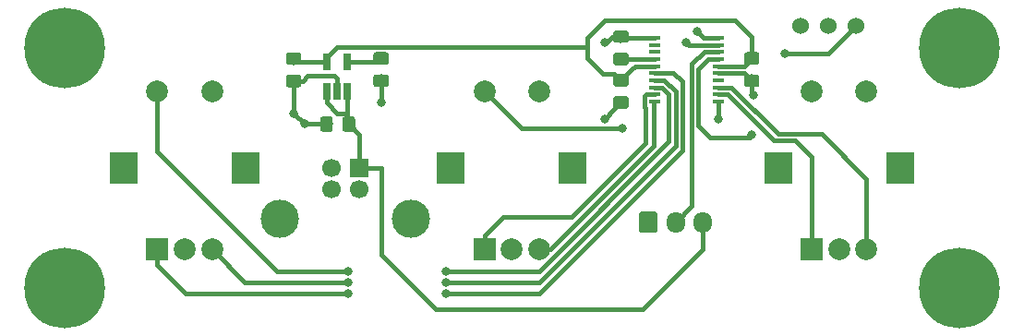
<source format=gbr>
G04 #@! TF.GenerationSoftware,KiCad,Pcbnew,5.0.2-bee76a0~70~ubuntu16.04.1*
G04 #@! TF.CreationDate,2019-03-20T11:43:52+01:00*
G04 #@! TF.ProjectId,controller,636f6e74-726f-46c6-9c65-722e6b696361,rev?*
G04 #@! TF.SameCoordinates,Original*
G04 #@! TF.FileFunction,Copper,L1,Top*
G04 #@! TF.FilePolarity,Positive*
%FSLAX46Y46*%
G04 Gerber Fmt 4.6, Leading zero omitted, Abs format (unit mm)*
G04 Created by KiCad (PCBNEW 5.0.2-bee76a0~70~ubuntu16.04.1) date Wed 20 Mar 2019 11:43:52 AM CET*
%MOMM*%
%LPD*%
G01*
G04 APERTURE LIST*
G04 #@! TA.AperFunction,SMDPad,CuDef*
%ADD10R,1.000000X0.400000*%
G04 #@! TD*
G04 #@! TA.AperFunction,ComponentPad*
%ADD11R,1.700000X1.700000*%
G04 #@! TD*
G04 #@! TA.AperFunction,ComponentPad*
%ADD12C,1.700000*%
G04 #@! TD*
G04 #@! TA.AperFunction,ComponentPad*
%ADD13C,3.500000*%
G04 #@! TD*
G04 #@! TA.AperFunction,Conductor*
%ADD14C,0.100000*%
G04 #@! TD*
G04 #@! TA.AperFunction,SMDPad,CuDef*
%ADD15C,1.150000*%
G04 #@! TD*
G04 #@! TA.AperFunction,ComponentPad*
%ADD16C,7.400000*%
G04 #@! TD*
G04 #@! TA.AperFunction,ComponentPad*
%ADD17O,1.700000X1.950000*%
G04 #@! TD*
G04 #@! TA.AperFunction,ComponentPad*
%ADD18C,2.000000*%
G04 #@! TD*
G04 #@! TA.AperFunction,ComponentPad*
%ADD19R,2.500000X3.000000*%
G04 #@! TD*
G04 #@! TA.AperFunction,ComponentPad*
%ADD20R,2.000000X2.000000*%
G04 #@! TD*
G04 #@! TA.AperFunction,SMDPad,CuDef*
%ADD21R,0.650000X1.560000*%
G04 #@! TD*
G04 #@! TA.AperFunction,ComponentPad*
%ADD22C,1.524000*%
G04 #@! TD*
G04 #@! TA.AperFunction,ViaPad*
%ADD23C,0.800000*%
G04 #@! TD*
G04 #@! TA.AperFunction,Conductor*
%ADD24C,0.400000*%
G04 #@! TD*
G04 APERTURE END LIST*
D10*
G04 #@! TO.P,U1,1*
G04 #@! TO.N,GND*
X153100000Y-48075000D03*
G04 #@! TO.P,U1,2*
G04 #@! TO.N,Net-(U1-Pad2)*
X153100000Y-48725000D03*
G04 #@! TO.P,U1,3*
G04 #@! TO.N,Net-(U1-Pad3)*
X153100000Y-49375000D03*
G04 #@! TO.P,U1,4*
G04 #@! TO.N,Net-(C1-Pad1)*
X153100000Y-50025000D03*
G04 #@! TO.P,U1,5*
G04 #@! TO.N,+3V3*
X153100000Y-50675000D03*
G04 #@! TO.P,U1,6*
G04 #@! TO.N,Net-(SW1-PadA)*
X153100000Y-51325000D03*
G04 #@! TO.P,U1,7*
G04 #@! TO.N,Net-(SW1-PadB)*
X153100000Y-51975000D03*
G04 #@! TO.P,U1,8*
G04 #@! TO.N,Net-(SW1-PadS1)*
X153100000Y-52625000D03*
G04 #@! TO.P,U1,9*
G04 #@! TO.N,Net-(SW2-PadA)*
X153100000Y-53275000D03*
G04 #@! TO.P,U1,10*
G04 #@! TO.N,Net-(SW2-PadB)*
X153100000Y-53925000D03*
G04 #@! TO.P,U1,11*
G04 #@! TO.N,Net-(SW2-PadS1)*
X158900000Y-53925000D03*
G04 #@! TO.P,U1,12*
G04 #@! TO.N,Net-(SW3-PadA)*
X158900000Y-53275000D03*
G04 #@! TO.P,U1,13*
G04 #@! TO.N,Net-(SW3-PadB)*
X158900000Y-52625000D03*
G04 #@! TO.P,U1,14*
G04 #@! TO.N,Net-(U1-Pad14)*
X158900000Y-51975000D03*
G04 #@! TO.P,U1,15*
G04 #@! TO.N,GND*
X158900000Y-51325000D03*
G04 #@! TO.P,U1,16*
G04 #@! TO.N,+3V3*
X158900000Y-50675000D03*
G04 #@! TO.P,U1,17*
G04 #@! TO.N,Net-(SW3-PadS1)*
X158900000Y-50025000D03*
G04 #@! TO.P,U1,18*
G04 #@! TO.N,/LED_DATA*
X158900000Y-49375000D03*
G04 #@! TO.P,U1,19*
G04 #@! TO.N,/SWDIO*
X158900000Y-48725000D03*
G04 #@! TO.P,U1,20*
G04 #@! TO.N,/SWCLK*
X158900000Y-48075000D03*
G04 #@! TD*
D11*
G04 #@! TO.P,J1,1*
G04 #@! TO.N,+5V*
X126000000Y-60000000D03*
D12*
G04 #@! TO.P,J1,2*
G04 #@! TO.N,Net-(J1-Pad2)*
X123500000Y-60000000D03*
G04 #@! TO.P,J1,3*
G04 #@! TO.N,Net-(J1-Pad3)*
X123500000Y-62000000D03*
G04 #@! TO.P,J1,4*
G04 #@! TO.N,GND*
X126000000Y-62000000D03*
D13*
G04 #@! TO.P,J1,5*
X130770000Y-64710000D03*
X118730000Y-64710000D03*
G04 #@! TD*
D14*
G04 #@! TO.N,GND*
G04 #@! TO.C,C1*
G36*
X150474505Y-47401204D02*
X150498773Y-47404804D01*
X150522572Y-47410765D01*
X150545671Y-47419030D01*
X150567850Y-47429520D01*
X150588893Y-47442132D01*
X150608599Y-47456747D01*
X150626777Y-47473223D01*
X150643253Y-47491401D01*
X150657868Y-47511107D01*
X150670480Y-47532150D01*
X150680970Y-47554329D01*
X150689235Y-47577428D01*
X150695196Y-47601227D01*
X150698796Y-47625495D01*
X150700000Y-47649999D01*
X150700000Y-48300001D01*
X150698796Y-48324505D01*
X150695196Y-48348773D01*
X150689235Y-48372572D01*
X150680970Y-48395671D01*
X150670480Y-48417850D01*
X150657868Y-48438893D01*
X150643253Y-48458599D01*
X150626777Y-48476777D01*
X150608599Y-48493253D01*
X150588893Y-48507868D01*
X150567850Y-48520480D01*
X150545671Y-48530970D01*
X150522572Y-48539235D01*
X150498773Y-48545196D01*
X150474505Y-48548796D01*
X150450001Y-48550000D01*
X149549999Y-48550000D01*
X149525495Y-48548796D01*
X149501227Y-48545196D01*
X149477428Y-48539235D01*
X149454329Y-48530970D01*
X149432150Y-48520480D01*
X149411107Y-48507868D01*
X149391401Y-48493253D01*
X149373223Y-48476777D01*
X149356747Y-48458599D01*
X149342132Y-48438893D01*
X149329520Y-48417850D01*
X149319030Y-48395671D01*
X149310765Y-48372572D01*
X149304804Y-48348773D01*
X149301204Y-48324505D01*
X149300000Y-48300001D01*
X149300000Y-47649999D01*
X149301204Y-47625495D01*
X149304804Y-47601227D01*
X149310765Y-47577428D01*
X149319030Y-47554329D01*
X149329520Y-47532150D01*
X149342132Y-47511107D01*
X149356747Y-47491401D01*
X149373223Y-47473223D01*
X149391401Y-47456747D01*
X149411107Y-47442132D01*
X149432150Y-47429520D01*
X149454329Y-47419030D01*
X149477428Y-47410765D01*
X149501227Y-47404804D01*
X149525495Y-47401204D01*
X149549999Y-47400000D01*
X150450001Y-47400000D01*
X150474505Y-47401204D01*
X150474505Y-47401204D01*
G37*
D15*
G04 #@! TD*
G04 #@! TO.P,C1,2*
G04 #@! TO.N,GND*
X150000000Y-47975000D03*
D14*
G04 #@! TO.N,Net-(C1-Pad1)*
G04 #@! TO.C,C1*
G36*
X150474505Y-49451204D02*
X150498773Y-49454804D01*
X150522572Y-49460765D01*
X150545671Y-49469030D01*
X150567850Y-49479520D01*
X150588893Y-49492132D01*
X150608599Y-49506747D01*
X150626777Y-49523223D01*
X150643253Y-49541401D01*
X150657868Y-49561107D01*
X150670480Y-49582150D01*
X150680970Y-49604329D01*
X150689235Y-49627428D01*
X150695196Y-49651227D01*
X150698796Y-49675495D01*
X150700000Y-49699999D01*
X150700000Y-50350001D01*
X150698796Y-50374505D01*
X150695196Y-50398773D01*
X150689235Y-50422572D01*
X150680970Y-50445671D01*
X150670480Y-50467850D01*
X150657868Y-50488893D01*
X150643253Y-50508599D01*
X150626777Y-50526777D01*
X150608599Y-50543253D01*
X150588893Y-50557868D01*
X150567850Y-50570480D01*
X150545671Y-50580970D01*
X150522572Y-50589235D01*
X150498773Y-50595196D01*
X150474505Y-50598796D01*
X150450001Y-50600000D01*
X149549999Y-50600000D01*
X149525495Y-50598796D01*
X149501227Y-50595196D01*
X149477428Y-50589235D01*
X149454329Y-50580970D01*
X149432150Y-50570480D01*
X149411107Y-50557868D01*
X149391401Y-50543253D01*
X149373223Y-50526777D01*
X149356747Y-50508599D01*
X149342132Y-50488893D01*
X149329520Y-50467850D01*
X149319030Y-50445671D01*
X149310765Y-50422572D01*
X149304804Y-50398773D01*
X149301204Y-50374505D01*
X149300000Y-50350001D01*
X149300000Y-49699999D01*
X149301204Y-49675495D01*
X149304804Y-49651227D01*
X149310765Y-49627428D01*
X149319030Y-49604329D01*
X149329520Y-49582150D01*
X149342132Y-49561107D01*
X149356747Y-49541401D01*
X149373223Y-49523223D01*
X149391401Y-49506747D01*
X149411107Y-49492132D01*
X149432150Y-49479520D01*
X149454329Y-49469030D01*
X149477428Y-49460765D01*
X149501227Y-49454804D01*
X149525495Y-49451204D01*
X149549999Y-49450000D01*
X150450001Y-49450000D01*
X150474505Y-49451204D01*
X150474505Y-49451204D01*
G37*
D15*
G04 #@! TD*
G04 #@! TO.P,C1,1*
G04 #@! TO.N,Net-(C1-Pad1)*
X150000000Y-50025000D03*
D14*
G04 #@! TO.N,+3V3*
G04 #@! TO.C,C2*
G36*
X162474505Y-49401204D02*
X162498773Y-49404804D01*
X162522572Y-49410765D01*
X162545671Y-49419030D01*
X162567850Y-49429520D01*
X162588893Y-49442132D01*
X162608599Y-49456747D01*
X162626777Y-49473223D01*
X162643253Y-49491401D01*
X162657868Y-49511107D01*
X162670480Y-49532150D01*
X162680970Y-49554329D01*
X162689235Y-49577428D01*
X162695196Y-49601227D01*
X162698796Y-49625495D01*
X162700000Y-49649999D01*
X162700000Y-50300001D01*
X162698796Y-50324505D01*
X162695196Y-50348773D01*
X162689235Y-50372572D01*
X162680970Y-50395671D01*
X162670480Y-50417850D01*
X162657868Y-50438893D01*
X162643253Y-50458599D01*
X162626777Y-50476777D01*
X162608599Y-50493253D01*
X162588893Y-50507868D01*
X162567850Y-50520480D01*
X162545671Y-50530970D01*
X162522572Y-50539235D01*
X162498773Y-50545196D01*
X162474505Y-50548796D01*
X162450001Y-50550000D01*
X161549999Y-50550000D01*
X161525495Y-50548796D01*
X161501227Y-50545196D01*
X161477428Y-50539235D01*
X161454329Y-50530970D01*
X161432150Y-50520480D01*
X161411107Y-50507868D01*
X161391401Y-50493253D01*
X161373223Y-50476777D01*
X161356747Y-50458599D01*
X161342132Y-50438893D01*
X161329520Y-50417850D01*
X161319030Y-50395671D01*
X161310765Y-50372572D01*
X161304804Y-50348773D01*
X161301204Y-50324505D01*
X161300000Y-50300001D01*
X161300000Y-49649999D01*
X161301204Y-49625495D01*
X161304804Y-49601227D01*
X161310765Y-49577428D01*
X161319030Y-49554329D01*
X161329520Y-49532150D01*
X161342132Y-49511107D01*
X161356747Y-49491401D01*
X161373223Y-49473223D01*
X161391401Y-49456747D01*
X161411107Y-49442132D01*
X161432150Y-49429520D01*
X161454329Y-49419030D01*
X161477428Y-49410765D01*
X161501227Y-49404804D01*
X161525495Y-49401204D01*
X161549999Y-49400000D01*
X162450001Y-49400000D01*
X162474505Y-49401204D01*
X162474505Y-49401204D01*
G37*
D15*
G04 #@! TD*
G04 #@! TO.P,C2,1*
G04 #@! TO.N,+3V3*
X162000000Y-49975000D03*
D14*
G04 #@! TO.N,GND*
G04 #@! TO.C,C2*
G36*
X162474505Y-51451204D02*
X162498773Y-51454804D01*
X162522572Y-51460765D01*
X162545671Y-51469030D01*
X162567850Y-51479520D01*
X162588893Y-51492132D01*
X162608599Y-51506747D01*
X162626777Y-51523223D01*
X162643253Y-51541401D01*
X162657868Y-51561107D01*
X162670480Y-51582150D01*
X162680970Y-51604329D01*
X162689235Y-51627428D01*
X162695196Y-51651227D01*
X162698796Y-51675495D01*
X162700000Y-51699999D01*
X162700000Y-52350001D01*
X162698796Y-52374505D01*
X162695196Y-52398773D01*
X162689235Y-52422572D01*
X162680970Y-52445671D01*
X162670480Y-52467850D01*
X162657868Y-52488893D01*
X162643253Y-52508599D01*
X162626777Y-52526777D01*
X162608599Y-52543253D01*
X162588893Y-52557868D01*
X162567850Y-52570480D01*
X162545671Y-52580970D01*
X162522572Y-52589235D01*
X162498773Y-52595196D01*
X162474505Y-52598796D01*
X162450001Y-52600000D01*
X161549999Y-52600000D01*
X161525495Y-52598796D01*
X161501227Y-52595196D01*
X161477428Y-52589235D01*
X161454329Y-52580970D01*
X161432150Y-52570480D01*
X161411107Y-52557868D01*
X161391401Y-52543253D01*
X161373223Y-52526777D01*
X161356747Y-52508599D01*
X161342132Y-52488893D01*
X161329520Y-52467850D01*
X161319030Y-52445671D01*
X161310765Y-52422572D01*
X161304804Y-52398773D01*
X161301204Y-52374505D01*
X161300000Y-52350001D01*
X161300000Y-51699999D01*
X161301204Y-51675495D01*
X161304804Y-51651227D01*
X161310765Y-51627428D01*
X161319030Y-51604329D01*
X161329520Y-51582150D01*
X161342132Y-51561107D01*
X161356747Y-51541401D01*
X161373223Y-51523223D01*
X161391401Y-51506747D01*
X161411107Y-51492132D01*
X161432150Y-51479520D01*
X161454329Y-51469030D01*
X161477428Y-51460765D01*
X161501227Y-51454804D01*
X161525495Y-51451204D01*
X161549999Y-51450000D01*
X162450001Y-51450000D01*
X162474505Y-51451204D01*
X162474505Y-51451204D01*
G37*
D15*
G04 #@! TD*
G04 #@! TO.P,C2,2*
G04 #@! TO.N,GND*
X162000000Y-52025000D03*
D14*
G04 #@! TO.N,+3V3*
G04 #@! TO.C,C3*
G36*
X150474505Y-51401204D02*
X150498773Y-51404804D01*
X150522572Y-51410765D01*
X150545671Y-51419030D01*
X150567850Y-51429520D01*
X150588893Y-51442132D01*
X150608599Y-51456747D01*
X150626777Y-51473223D01*
X150643253Y-51491401D01*
X150657868Y-51511107D01*
X150670480Y-51532150D01*
X150680970Y-51554329D01*
X150689235Y-51577428D01*
X150695196Y-51601227D01*
X150698796Y-51625495D01*
X150700000Y-51649999D01*
X150700000Y-52300001D01*
X150698796Y-52324505D01*
X150695196Y-52348773D01*
X150689235Y-52372572D01*
X150680970Y-52395671D01*
X150670480Y-52417850D01*
X150657868Y-52438893D01*
X150643253Y-52458599D01*
X150626777Y-52476777D01*
X150608599Y-52493253D01*
X150588893Y-52507868D01*
X150567850Y-52520480D01*
X150545671Y-52530970D01*
X150522572Y-52539235D01*
X150498773Y-52545196D01*
X150474505Y-52548796D01*
X150450001Y-52550000D01*
X149549999Y-52550000D01*
X149525495Y-52548796D01*
X149501227Y-52545196D01*
X149477428Y-52539235D01*
X149454329Y-52530970D01*
X149432150Y-52520480D01*
X149411107Y-52507868D01*
X149391401Y-52493253D01*
X149373223Y-52476777D01*
X149356747Y-52458599D01*
X149342132Y-52438893D01*
X149329520Y-52417850D01*
X149319030Y-52395671D01*
X149310765Y-52372572D01*
X149304804Y-52348773D01*
X149301204Y-52324505D01*
X149300000Y-52300001D01*
X149300000Y-51649999D01*
X149301204Y-51625495D01*
X149304804Y-51601227D01*
X149310765Y-51577428D01*
X149319030Y-51554329D01*
X149329520Y-51532150D01*
X149342132Y-51511107D01*
X149356747Y-51491401D01*
X149373223Y-51473223D01*
X149391401Y-51456747D01*
X149411107Y-51442132D01*
X149432150Y-51429520D01*
X149454329Y-51419030D01*
X149477428Y-51410765D01*
X149501227Y-51404804D01*
X149525495Y-51401204D01*
X149549999Y-51400000D01*
X150450001Y-51400000D01*
X150474505Y-51401204D01*
X150474505Y-51401204D01*
G37*
D15*
G04 #@! TD*
G04 #@! TO.P,C3,2*
G04 #@! TO.N,+3V3*
X150000000Y-51975000D03*
D14*
G04 #@! TO.N,GND*
G04 #@! TO.C,C3*
G36*
X150474505Y-53451204D02*
X150498773Y-53454804D01*
X150522572Y-53460765D01*
X150545671Y-53469030D01*
X150567850Y-53479520D01*
X150588893Y-53492132D01*
X150608599Y-53506747D01*
X150626777Y-53523223D01*
X150643253Y-53541401D01*
X150657868Y-53561107D01*
X150670480Y-53582150D01*
X150680970Y-53604329D01*
X150689235Y-53627428D01*
X150695196Y-53651227D01*
X150698796Y-53675495D01*
X150700000Y-53699999D01*
X150700000Y-54350001D01*
X150698796Y-54374505D01*
X150695196Y-54398773D01*
X150689235Y-54422572D01*
X150680970Y-54445671D01*
X150670480Y-54467850D01*
X150657868Y-54488893D01*
X150643253Y-54508599D01*
X150626777Y-54526777D01*
X150608599Y-54543253D01*
X150588893Y-54557868D01*
X150567850Y-54570480D01*
X150545671Y-54580970D01*
X150522572Y-54589235D01*
X150498773Y-54595196D01*
X150474505Y-54598796D01*
X150450001Y-54600000D01*
X149549999Y-54600000D01*
X149525495Y-54598796D01*
X149501227Y-54595196D01*
X149477428Y-54589235D01*
X149454329Y-54580970D01*
X149432150Y-54570480D01*
X149411107Y-54557868D01*
X149391401Y-54543253D01*
X149373223Y-54526777D01*
X149356747Y-54508599D01*
X149342132Y-54488893D01*
X149329520Y-54467850D01*
X149319030Y-54445671D01*
X149310765Y-54422572D01*
X149304804Y-54398773D01*
X149301204Y-54374505D01*
X149300000Y-54350001D01*
X149300000Y-53699999D01*
X149301204Y-53675495D01*
X149304804Y-53651227D01*
X149310765Y-53627428D01*
X149319030Y-53604329D01*
X149329520Y-53582150D01*
X149342132Y-53561107D01*
X149356747Y-53541401D01*
X149373223Y-53523223D01*
X149391401Y-53506747D01*
X149411107Y-53492132D01*
X149432150Y-53479520D01*
X149454329Y-53469030D01*
X149477428Y-53460765D01*
X149501227Y-53454804D01*
X149525495Y-53451204D01*
X149549999Y-53450000D01*
X150450001Y-53450000D01*
X150474505Y-53451204D01*
X150474505Y-53451204D01*
G37*
D15*
G04 #@! TD*
G04 #@! TO.P,C3,1*
G04 #@! TO.N,GND*
X150000000Y-54025000D03*
D14*
G04 #@! TO.N,+5V*
G04 #@! TO.C,C4*
G36*
X125399505Y-55301204D02*
X125423773Y-55304804D01*
X125447572Y-55310765D01*
X125470671Y-55319030D01*
X125492850Y-55329520D01*
X125513893Y-55342132D01*
X125533599Y-55356747D01*
X125551777Y-55373223D01*
X125568253Y-55391401D01*
X125582868Y-55411107D01*
X125595480Y-55432150D01*
X125605970Y-55454329D01*
X125614235Y-55477428D01*
X125620196Y-55501227D01*
X125623796Y-55525495D01*
X125625000Y-55549999D01*
X125625000Y-56450001D01*
X125623796Y-56474505D01*
X125620196Y-56498773D01*
X125614235Y-56522572D01*
X125605970Y-56545671D01*
X125595480Y-56567850D01*
X125582868Y-56588893D01*
X125568253Y-56608599D01*
X125551777Y-56626777D01*
X125533599Y-56643253D01*
X125513893Y-56657868D01*
X125492850Y-56670480D01*
X125470671Y-56680970D01*
X125447572Y-56689235D01*
X125423773Y-56695196D01*
X125399505Y-56698796D01*
X125375001Y-56700000D01*
X124724999Y-56700000D01*
X124700495Y-56698796D01*
X124676227Y-56695196D01*
X124652428Y-56689235D01*
X124629329Y-56680970D01*
X124607150Y-56670480D01*
X124586107Y-56657868D01*
X124566401Y-56643253D01*
X124548223Y-56626777D01*
X124531747Y-56608599D01*
X124517132Y-56588893D01*
X124504520Y-56567850D01*
X124494030Y-56545671D01*
X124485765Y-56522572D01*
X124479804Y-56498773D01*
X124476204Y-56474505D01*
X124475000Y-56450001D01*
X124475000Y-55549999D01*
X124476204Y-55525495D01*
X124479804Y-55501227D01*
X124485765Y-55477428D01*
X124494030Y-55454329D01*
X124504520Y-55432150D01*
X124517132Y-55411107D01*
X124531747Y-55391401D01*
X124548223Y-55373223D01*
X124566401Y-55356747D01*
X124586107Y-55342132D01*
X124607150Y-55329520D01*
X124629329Y-55319030D01*
X124652428Y-55310765D01*
X124676227Y-55304804D01*
X124700495Y-55301204D01*
X124724999Y-55300000D01*
X125375001Y-55300000D01*
X125399505Y-55301204D01*
X125399505Y-55301204D01*
G37*
D15*
G04 #@! TD*
G04 #@! TO.P,C4,1*
G04 #@! TO.N,+5V*
X125050000Y-56000000D03*
D14*
G04 #@! TO.N,GND*
G04 #@! TO.C,C4*
G36*
X123349505Y-55301204D02*
X123373773Y-55304804D01*
X123397572Y-55310765D01*
X123420671Y-55319030D01*
X123442850Y-55329520D01*
X123463893Y-55342132D01*
X123483599Y-55356747D01*
X123501777Y-55373223D01*
X123518253Y-55391401D01*
X123532868Y-55411107D01*
X123545480Y-55432150D01*
X123555970Y-55454329D01*
X123564235Y-55477428D01*
X123570196Y-55501227D01*
X123573796Y-55525495D01*
X123575000Y-55549999D01*
X123575000Y-56450001D01*
X123573796Y-56474505D01*
X123570196Y-56498773D01*
X123564235Y-56522572D01*
X123555970Y-56545671D01*
X123545480Y-56567850D01*
X123532868Y-56588893D01*
X123518253Y-56608599D01*
X123501777Y-56626777D01*
X123483599Y-56643253D01*
X123463893Y-56657868D01*
X123442850Y-56670480D01*
X123420671Y-56680970D01*
X123397572Y-56689235D01*
X123373773Y-56695196D01*
X123349505Y-56698796D01*
X123325001Y-56700000D01*
X122674999Y-56700000D01*
X122650495Y-56698796D01*
X122626227Y-56695196D01*
X122602428Y-56689235D01*
X122579329Y-56680970D01*
X122557150Y-56670480D01*
X122536107Y-56657868D01*
X122516401Y-56643253D01*
X122498223Y-56626777D01*
X122481747Y-56608599D01*
X122467132Y-56588893D01*
X122454520Y-56567850D01*
X122444030Y-56545671D01*
X122435765Y-56522572D01*
X122429804Y-56498773D01*
X122426204Y-56474505D01*
X122425000Y-56450001D01*
X122425000Y-55549999D01*
X122426204Y-55525495D01*
X122429804Y-55501227D01*
X122435765Y-55477428D01*
X122444030Y-55454329D01*
X122454520Y-55432150D01*
X122467132Y-55411107D01*
X122481747Y-55391401D01*
X122498223Y-55373223D01*
X122516401Y-55356747D01*
X122536107Y-55342132D01*
X122557150Y-55329520D01*
X122579329Y-55319030D01*
X122602428Y-55310765D01*
X122626227Y-55304804D01*
X122650495Y-55301204D01*
X122674999Y-55300000D01*
X123325001Y-55300000D01*
X123349505Y-55301204D01*
X123349505Y-55301204D01*
G37*
D15*
G04 #@! TD*
G04 #@! TO.P,C4,2*
G04 #@! TO.N,GND*
X123000000Y-56000000D03*
D14*
G04 #@! TO.N,Net-(C5-Pad1)*
G04 #@! TO.C,C5*
G36*
X128474505Y-49401204D02*
X128498773Y-49404804D01*
X128522572Y-49410765D01*
X128545671Y-49419030D01*
X128567850Y-49429520D01*
X128588893Y-49442132D01*
X128608599Y-49456747D01*
X128626777Y-49473223D01*
X128643253Y-49491401D01*
X128657868Y-49511107D01*
X128670480Y-49532150D01*
X128680970Y-49554329D01*
X128689235Y-49577428D01*
X128695196Y-49601227D01*
X128698796Y-49625495D01*
X128700000Y-49649999D01*
X128700000Y-50300001D01*
X128698796Y-50324505D01*
X128695196Y-50348773D01*
X128689235Y-50372572D01*
X128680970Y-50395671D01*
X128670480Y-50417850D01*
X128657868Y-50438893D01*
X128643253Y-50458599D01*
X128626777Y-50476777D01*
X128608599Y-50493253D01*
X128588893Y-50507868D01*
X128567850Y-50520480D01*
X128545671Y-50530970D01*
X128522572Y-50539235D01*
X128498773Y-50545196D01*
X128474505Y-50548796D01*
X128450001Y-50550000D01*
X127549999Y-50550000D01*
X127525495Y-50548796D01*
X127501227Y-50545196D01*
X127477428Y-50539235D01*
X127454329Y-50530970D01*
X127432150Y-50520480D01*
X127411107Y-50507868D01*
X127391401Y-50493253D01*
X127373223Y-50476777D01*
X127356747Y-50458599D01*
X127342132Y-50438893D01*
X127329520Y-50417850D01*
X127319030Y-50395671D01*
X127310765Y-50372572D01*
X127304804Y-50348773D01*
X127301204Y-50324505D01*
X127300000Y-50300001D01*
X127300000Y-49649999D01*
X127301204Y-49625495D01*
X127304804Y-49601227D01*
X127310765Y-49577428D01*
X127319030Y-49554329D01*
X127329520Y-49532150D01*
X127342132Y-49511107D01*
X127356747Y-49491401D01*
X127373223Y-49473223D01*
X127391401Y-49456747D01*
X127411107Y-49442132D01*
X127432150Y-49429520D01*
X127454329Y-49419030D01*
X127477428Y-49410765D01*
X127501227Y-49404804D01*
X127525495Y-49401204D01*
X127549999Y-49400000D01*
X128450001Y-49400000D01*
X128474505Y-49401204D01*
X128474505Y-49401204D01*
G37*
D15*
G04 #@! TD*
G04 #@! TO.P,C5,1*
G04 #@! TO.N,Net-(C5-Pad1)*
X128000000Y-49975000D03*
D14*
G04 #@! TO.N,GND*
G04 #@! TO.C,C5*
G36*
X128474505Y-51451204D02*
X128498773Y-51454804D01*
X128522572Y-51460765D01*
X128545671Y-51469030D01*
X128567850Y-51479520D01*
X128588893Y-51492132D01*
X128608599Y-51506747D01*
X128626777Y-51523223D01*
X128643253Y-51541401D01*
X128657868Y-51561107D01*
X128670480Y-51582150D01*
X128680970Y-51604329D01*
X128689235Y-51627428D01*
X128695196Y-51651227D01*
X128698796Y-51675495D01*
X128700000Y-51699999D01*
X128700000Y-52350001D01*
X128698796Y-52374505D01*
X128695196Y-52398773D01*
X128689235Y-52422572D01*
X128680970Y-52445671D01*
X128670480Y-52467850D01*
X128657868Y-52488893D01*
X128643253Y-52508599D01*
X128626777Y-52526777D01*
X128608599Y-52543253D01*
X128588893Y-52557868D01*
X128567850Y-52570480D01*
X128545671Y-52580970D01*
X128522572Y-52589235D01*
X128498773Y-52595196D01*
X128474505Y-52598796D01*
X128450001Y-52600000D01*
X127549999Y-52600000D01*
X127525495Y-52598796D01*
X127501227Y-52595196D01*
X127477428Y-52589235D01*
X127454329Y-52580970D01*
X127432150Y-52570480D01*
X127411107Y-52557868D01*
X127391401Y-52543253D01*
X127373223Y-52526777D01*
X127356747Y-52508599D01*
X127342132Y-52488893D01*
X127329520Y-52467850D01*
X127319030Y-52445671D01*
X127310765Y-52422572D01*
X127304804Y-52398773D01*
X127301204Y-52374505D01*
X127300000Y-52350001D01*
X127300000Y-51699999D01*
X127301204Y-51675495D01*
X127304804Y-51651227D01*
X127310765Y-51627428D01*
X127319030Y-51604329D01*
X127329520Y-51582150D01*
X127342132Y-51561107D01*
X127356747Y-51541401D01*
X127373223Y-51523223D01*
X127391401Y-51506747D01*
X127411107Y-51492132D01*
X127432150Y-51479520D01*
X127454329Y-51469030D01*
X127477428Y-51460765D01*
X127501227Y-51454804D01*
X127525495Y-51451204D01*
X127549999Y-51450000D01*
X128450001Y-51450000D01*
X128474505Y-51451204D01*
X128474505Y-51451204D01*
G37*
D15*
G04 #@! TD*
G04 #@! TO.P,C5,2*
G04 #@! TO.N,GND*
X128000000Y-52025000D03*
D14*
G04 #@! TO.N,GND*
G04 #@! TO.C,C6*
G36*
X120474505Y-51476204D02*
X120498773Y-51479804D01*
X120522572Y-51485765D01*
X120545671Y-51494030D01*
X120567850Y-51504520D01*
X120588893Y-51517132D01*
X120608599Y-51531747D01*
X120626777Y-51548223D01*
X120643253Y-51566401D01*
X120657868Y-51586107D01*
X120670480Y-51607150D01*
X120680970Y-51629329D01*
X120689235Y-51652428D01*
X120695196Y-51676227D01*
X120698796Y-51700495D01*
X120700000Y-51724999D01*
X120700000Y-52375001D01*
X120698796Y-52399505D01*
X120695196Y-52423773D01*
X120689235Y-52447572D01*
X120680970Y-52470671D01*
X120670480Y-52492850D01*
X120657868Y-52513893D01*
X120643253Y-52533599D01*
X120626777Y-52551777D01*
X120608599Y-52568253D01*
X120588893Y-52582868D01*
X120567850Y-52595480D01*
X120545671Y-52605970D01*
X120522572Y-52614235D01*
X120498773Y-52620196D01*
X120474505Y-52623796D01*
X120450001Y-52625000D01*
X119549999Y-52625000D01*
X119525495Y-52623796D01*
X119501227Y-52620196D01*
X119477428Y-52614235D01*
X119454329Y-52605970D01*
X119432150Y-52595480D01*
X119411107Y-52582868D01*
X119391401Y-52568253D01*
X119373223Y-52551777D01*
X119356747Y-52533599D01*
X119342132Y-52513893D01*
X119329520Y-52492850D01*
X119319030Y-52470671D01*
X119310765Y-52447572D01*
X119304804Y-52423773D01*
X119301204Y-52399505D01*
X119300000Y-52375001D01*
X119300000Y-51724999D01*
X119301204Y-51700495D01*
X119304804Y-51676227D01*
X119310765Y-51652428D01*
X119319030Y-51629329D01*
X119329520Y-51607150D01*
X119342132Y-51586107D01*
X119356747Y-51566401D01*
X119373223Y-51548223D01*
X119391401Y-51531747D01*
X119411107Y-51517132D01*
X119432150Y-51504520D01*
X119454329Y-51494030D01*
X119477428Y-51485765D01*
X119501227Y-51479804D01*
X119525495Y-51476204D01*
X119549999Y-51475000D01*
X120450001Y-51475000D01*
X120474505Y-51476204D01*
X120474505Y-51476204D01*
G37*
D15*
G04 #@! TD*
G04 #@! TO.P,C6,2*
G04 #@! TO.N,GND*
X120000000Y-52050000D03*
D14*
G04 #@! TO.N,+3V3*
G04 #@! TO.C,C6*
G36*
X120474505Y-49426204D02*
X120498773Y-49429804D01*
X120522572Y-49435765D01*
X120545671Y-49444030D01*
X120567850Y-49454520D01*
X120588893Y-49467132D01*
X120608599Y-49481747D01*
X120626777Y-49498223D01*
X120643253Y-49516401D01*
X120657868Y-49536107D01*
X120670480Y-49557150D01*
X120680970Y-49579329D01*
X120689235Y-49602428D01*
X120695196Y-49626227D01*
X120698796Y-49650495D01*
X120700000Y-49674999D01*
X120700000Y-50325001D01*
X120698796Y-50349505D01*
X120695196Y-50373773D01*
X120689235Y-50397572D01*
X120680970Y-50420671D01*
X120670480Y-50442850D01*
X120657868Y-50463893D01*
X120643253Y-50483599D01*
X120626777Y-50501777D01*
X120608599Y-50518253D01*
X120588893Y-50532868D01*
X120567850Y-50545480D01*
X120545671Y-50555970D01*
X120522572Y-50564235D01*
X120498773Y-50570196D01*
X120474505Y-50573796D01*
X120450001Y-50575000D01*
X119549999Y-50575000D01*
X119525495Y-50573796D01*
X119501227Y-50570196D01*
X119477428Y-50564235D01*
X119454329Y-50555970D01*
X119432150Y-50545480D01*
X119411107Y-50532868D01*
X119391401Y-50518253D01*
X119373223Y-50501777D01*
X119356747Y-50483599D01*
X119342132Y-50463893D01*
X119329520Y-50442850D01*
X119319030Y-50420671D01*
X119310765Y-50397572D01*
X119304804Y-50373773D01*
X119301204Y-50349505D01*
X119300000Y-50325001D01*
X119300000Y-49674999D01*
X119301204Y-49650495D01*
X119304804Y-49626227D01*
X119310765Y-49602428D01*
X119319030Y-49579329D01*
X119329520Y-49557150D01*
X119342132Y-49536107D01*
X119356747Y-49516401D01*
X119373223Y-49498223D01*
X119391401Y-49481747D01*
X119411107Y-49467132D01*
X119432150Y-49454520D01*
X119454329Y-49444030D01*
X119477428Y-49435765D01*
X119501227Y-49429804D01*
X119525495Y-49426204D01*
X119549999Y-49425000D01*
X120450001Y-49425000D01*
X120474505Y-49426204D01*
X120474505Y-49426204D01*
G37*
D15*
G04 #@! TD*
G04 #@! TO.P,C6,1*
G04 #@! TO.N,+3V3*
X120000000Y-50000000D03*
D16*
G04 #@! TO.P,H1,1*
G04 #@! TO.N,N/C*
X181000000Y-71000000D03*
G04 #@! TD*
G04 #@! TO.P,H2,1*
G04 #@! TO.N,N/C*
X99000000Y-49000000D03*
G04 #@! TD*
G04 #@! TO.P,H3,1*
G04 #@! TO.N,N/C*
X181000000Y-49000000D03*
G04 #@! TD*
G04 #@! TO.P,H4,1*
G04 #@! TO.N,N/C*
X99000000Y-71000000D03*
G04 #@! TD*
D14*
G04 #@! TO.N,GND*
G04 #@! TO.C,J2*
G36*
X153124504Y-64026204D02*
X153148773Y-64029804D01*
X153172571Y-64035765D01*
X153195671Y-64044030D01*
X153217849Y-64054520D01*
X153238893Y-64067133D01*
X153258598Y-64081747D01*
X153276777Y-64098223D01*
X153293253Y-64116402D01*
X153307867Y-64136107D01*
X153320480Y-64157151D01*
X153330970Y-64179329D01*
X153339235Y-64202429D01*
X153345196Y-64226227D01*
X153348796Y-64250496D01*
X153350000Y-64275000D01*
X153350000Y-65725000D01*
X153348796Y-65749504D01*
X153345196Y-65773773D01*
X153339235Y-65797571D01*
X153330970Y-65820671D01*
X153320480Y-65842849D01*
X153307867Y-65863893D01*
X153293253Y-65883598D01*
X153276777Y-65901777D01*
X153258598Y-65918253D01*
X153238893Y-65932867D01*
X153217849Y-65945480D01*
X153195671Y-65955970D01*
X153172571Y-65964235D01*
X153148773Y-65970196D01*
X153124504Y-65973796D01*
X153100000Y-65975000D01*
X151900000Y-65975000D01*
X151875496Y-65973796D01*
X151851227Y-65970196D01*
X151827429Y-65964235D01*
X151804329Y-65955970D01*
X151782151Y-65945480D01*
X151761107Y-65932867D01*
X151741402Y-65918253D01*
X151723223Y-65901777D01*
X151706747Y-65883598D01*
X151692133Y-65863893D01*
X151679520Y-65842849D01*
X151669030Y-65820671D01*
X151660765Y-65797571D01*
X151654804Y-65773773D01*
X151651204Y-65749504D01*
X151650000Y-65725000D01*
X151650000Y-64275000D01*
X151651204Y-64250496D01*
X151654804Y-64226227D01*
X151660765Y-64202429D01*
X151669030Y-64179329D01*
X151679520Y-64157151D01*
X151692133Y-64136107D01*
X151706747Y-64116402D01*
X151723223Y-64098223D01*
X151741402Y-64081747D01*
X151761107Y-64067133D01*
X151782151Y-64054520D01*
X151804329Y-64044030D01*
X151827429Y-64035765D01*
X151851227Y-64029804D01*
X151875496Y-64026204D01*
X151900000Y-64025000D01*
X153100000Y-64025000D01*
X153124504Y-64026204D01*
X153124504Y-64026204D01*
G37*
D12*
G04 #@! TD*
G04 #@! TO.P,J2,1*
G04 #@! TO.N,GND*
X152500000Y-65000000D03*
D17*
G04 #@! TO.P,J2,2*
G04 #@! TO.N,/LED_DATA*
X155000000Y-65000000D03*
G04 #@! TO.P,J2,3*
G04 #@! TO.N,+5V*
X157500000Y-65000000D03*
G04 #@! TD*
D18*
G04 #@! TO.P,SW1,S2*
G04 #@! TO.N,GND*
X112500000Y-53000000D03*
G04 #@! TO.P,SW1,S1*
G04 #@! TO.N,Net-(SW1-PadS1)*
X107500000Y-53000000D03*
D19*
G04 #@! TO.P,SW1,MP*
G04 #@! TO.N,N/C*
X115600000Y-60000000D03*
X104400000Y-60000000D03*
D18*
G04 #@! TO.P,SW1,B*
G04 #@! TO.N,Net-(SW1-PadB)*
X112500000Y-67500000D03*
G04 #@! TO.P,SW1,C*
G04 #@! TO.N,GND*
X110000000Y-67500000D03*
D20*
G04 #@! TO.P,SW1,A*
G04 #@! TO.N,Net-(SW1-PadA)*
X107500000Y-67500000D03*
G04 #@! TD*
G04 #@! TO.P,SW2,A*
G04 #@! TO.N,Net-(SW2-PadA)*
X137500000Y-67500000D03*
D18*
G04 #@! TO.P,SW2,C*
G04 #@! TO.N,GND*
X140000000Y-67500000D03*
G04 #@! TO.P,SW2,B*
G04 #@! TO.N,Net-(SW2-PadB)*
X142500000Y-67500000D03*
D19*
G04 #@! TO.P,SW2,MP*
G04 #@! TO.N,N/C*
X134400000Y-60000000D03*
X145600000Y-60000000D03*
D18*
G04 #@! TO.P,SW2,S1*
G04 #@! TO.N,Net-(SW2-PadS1)*
X137500000Y-53000000D03*
G04 #@! TO.P,SW2,S2*
G04 #@! TO.N,GND*
X142500000Y-53000000D03*
G04 #@! TD*
G04 #@! TO.P,SW3,S2*
G04 #@! TO.N,GND*
X172500000Y-53000000D03*
G04 #@! TO.P,SW3,S1*
G04 #@! TO.N,Net-(SW3-PadS1)*
X167500000Y-53000000D03*
D19*
G04 #@! TO.P,SW3,MP*
G04 #@! TO.N,N/C*
X175600000Y-60000000D03*
X164400000Y-60000000D03*
D18*
G04 #@! TO.P,SW3,B*
G04 #@! TO.N,Net-(SW3-PadB)*
X172500000Y-67500000D03*
G04 #@! TO.P,SW3,C*
G04 #@! TO.N,GND*
X170000000Y-67500000D03*
D20*
G04 #@! TO.P,SW3,A*
G04 #@! TO.N,Net-(SW3-PadA)*
X167500000Y-67500000D03*
G04 #@! TD*
D21*
G04 #@! TO.P,U2,1*
G04 #@! TO.N,+5V*
X123000000Y-53000000D03*
G04 #@! TO.P,U2,2*
G04 #@! TO.N,GND*
X123950000Y-53000000D03*
G04 #@! TO.P,U2,3*
G04 #@! TO.N,+5V*
X124900000Y-53000000D03*
G04 #@! TO.P,U2,4*
G04 #@! TO.N,Net-(C5-Pad1)*
X124900000Y-50300000D03*
G04 #@! TO.P,U2,5*
G04 #@! TO.N,+3V3*
X123000000Y-50300000D03*
G04 #@! TD*
D22*
G04 #@! TO.P,X2,1*
G04 #@! TO.N,/SWDIO*
X171540000Y-47000000D03*
G04 #@! TO.P,X2,2*
G04 #@! TO.N,GND*
X169000000Y-47000000D03*
G04 #@! TO.P,X2,3*
G04 #@! TO.N,/SWCLK*
X166460000Y-47000000D03*
G04 #@! TD*
D23*
G04 #@! TO.N,GND*
X128000000Y-54000000D03*
X121000000Y-56000000D03*
X120000000Y-55000000D03*
X148500000Y-55500000D03*
X148500000Y-48500000D03*
X162136404Y-53363596D03*
G04 #@! TO.N,Net-(SW1-PadS1)*
X134000000Y-69500000D03*
X125000000Y-69500000D03*
G04 #@! TO.N,Net-(SW1-PadB)*
X134000000Y-70500000D03*
X125000000Y-70500000D03*
G04 #@! TO.N,Net-(SW1-PadA)*
X134000000Y-71500000D03*
X125000000Y-71500000D03*
G04 #@! TO.N,Net-(SW2-PadS1)*
X150100000Y-56400000D03*
X158900000Y-55500000D03*
G04 #@! TO.N,Net-(SW3-PadS1)*
X162000000Y-57000000D03*
G04 #@! TO.N,/SWDIO*
X156000000Y-48500000D03*
X165000000Y-49500000D03*
G04 #@! TO.N,/SWCLK*
X157000000Y-47500000D03*
G04 #@! TD*
D24*
G04 #@! TO.N,GND*
X128000000Y-52025000D02*
X128000000Y-54000000D01*
X123000000Y-56000000D02*
X121000000Y-56000000D01*
X120000000Y-55000000D02*
X120000000Y-55000000D01*
X120000000Y-52050000D02*
X120000000Y-55000000D01*
X120000000Y-55000000D02*
X121000000Y-56000000D01*
X120800000Y-52050000D02*
X120000000Y-52050000D01*
X121269999Y-51580001D02*
X120800000Y-52050000D01*
X123710001Y-51580001D02*
X121269999Y-51580001D01*
X123950000Y-51820000D02*
X123710001Y-51580001D01*
X123950000Y-53000000D02*
X123950000Y-51820000D01*
X149376628Y-54648372D02*
X149351628Y-54648372D01*
X150000000Y-54025000D02*
X149376628Y-54648372D01*
X149351628Y-54648372D02*
X148500000Y-55500000D01*
X149200000Y-47975000D02*
X148675000Y-48500000D01*
X150000000Y-47975000D02*
X149200000Y-47975000D01*
X148675000Y-48500000D02*
X148500000Y-48500000D01*
X150100000Y-48075000D02*
X150000000Y-47975000D01*
X153100000Y-48075000D02*
X150100000Y-48075000D01*
X162000000Y-53227192D02*
X162136404Y-53363596D01*
X162000000Y-52025000D02*
X162000000Y-53227192D01*
X161300000Y-51325000D02*
X162000000Y-52025000D01*
X158900000Y-51325000D02*
X161300000Y-51325000D01*
G04 #@! TO.N,Net-(C1-Pad1)*
X153100000Y-50025000D02*
X150000000Y-50025000D01*
G04 #@! TO.N,+3V3*
X120300000Y-50300000D02*
X120000000Y-50000000D01*
X123000000Y-50300000D02*
X120300000Y-50300000D01*
X123945010Y-48899990D02*
X146924990Y-48899990D01*
X123000000Y-49845000D02*
X123945010Y-48899990D01*
X123000000Y-50300000D02*
X123000000Y-49845000D01*
X161300000Y-50675000D02*
X162000000Y-49975000D01*
X158900000Y-50675000D02*
X161300000Y-50675000D01*
X151000000Y-50975000D02*
X150000000Y-51975000D01*
X151300000Y-50675000D02*
X151000000Y-50975000D01*
X153100000Y-50675000D02*
X151300000Y-50675000D01*
X162000000Y-48000000D02*
X162000000Y-49975000D01*
X146924990Y-48899990D02*
X146924990Y-48075010D01*
X160500000Y-46500000D02*
X162000000Y-48000000D01*
X146924990Y-48075010D02*
X148500000Y-46500000D01*
X148500000Y-46500000D02*
X160500000Y-46500000D01*
X149376628Y-51351628D02*
X150000000Y-51975000D01*
X148351628Y-51351628D02*
X149376628Y-51351628D01*
X146924990Y-49924990D02*
X148351628Y-51351628D01*
X146924990Y-48899990D02*
X146924990Y-49924990D01*
G04 #@! TO.N,+5V*
X124900000Y-55850000D02*
X125050000Y-56000000D01*
X126000000Y-56950000D02*
X125050000Y-56000000D01*
X126000000Y-60000000D02*
X126000000Y-56950000D01*
X123944998Y-55000000D02*
X124900000Y-55000000D01*
X123000000Y-54055002D02*
X123944998Y-55000000D01*
X123000000Y-53000000D02*
X123000000Y-54055002D01*
X124900000Y-53000000D02*
X124900000Y-55000000D01*
X124900000Y-55000000D02*
X124900000Y-55850000D01*
X128000000Y-60000000D02*
X126000000Y-60000000D01*
X128000000Y-68000000D02*
X128000000Y-60000000D01*
X157500000Y-65000000D02*
X157500000Y-67500000D01*
X157500000Y-67500000D02*
X152000000Y-73000000D01*
X152000000Y-73000000D02*
X133000000Y-73000000D01*
X133000000Y-73000000D02*
X128000000Y-68000000D01*
G04 #@! TO.N,Net-(C5-Pad1)*
X127675000Y-50300000D02*
X128000000Y-49975000D01*
X124900000Y-50300000D02*
X127675000Y-50300000D01*
G04 #@! TO.N,/LED_DATA*
X157625000Y-49375000D02*
X158900000Y-49375000D01*
X156500000Y-50500000D02*
X157625000Y-49375000D01*
X156500000Y-63500000D02*
X156500000Y-50500000D01*
X155000000Y-65000000D02*
X156500000Y-63500000D01*
G04 #@! TO.N,Net-(SW1-PadS1)*
X107500000Y-58500000D02*
X107500000Y-54414213D01*
X107500000Y-54414213D02*
X107500000Y-53000000D01*
X118500000Y-69500000D02*
X107500000Y-58500000D01*
X125000000Y-69500000D02*
X118500000Y-69500000D01*
X142500000Y-69500000D02*
X134565685Y-69500000D01*
X134565685Y-69500000D02*
X134000000Y-69500000D01*
X154399989Y-53248531D02*
X154399989Y-57600011D01*
X153776458Y-52625000D02*
X154399989Y-53248531D01*
X154399989Y-57600011D02*
X142500000Y-69500000D01*
X153100000Y-52625000D02*
X153776458Y-52625000D01*
G04 #@! TO.N,Net-(SW1-PadB)*
X125000000Y-70500000D02*
X115500000Y-70500000D01*
X115500000Y-70500000D02*
X112500000Y-67500000D01*
X142500000Y-70500000D02*
X134000000Y-70500000D01*
X155000000Y-58000000D02*
X142500000Y-70500000D01*
X153975000Y-51975000D02*
X155000000Y-53000000D01*
X155000000Y-53000000D02*
X155000000Y-58000000D01*
X153100000Y-51975000D02*
X153975000Y-51975000D01*
G04 #@! TO.N,Net-(SW1-PadA)*
X107500000Y-68900000D02*
X110100000Y-71500000D01*
X110100000Y-71500000D02*
X125000000Y-71500000D01*
X107500000Y-67500000D02*
X107500000Y-68900000D01*
X142500000Y-71500000D02*
X134000000Y-71500000D01*
X153100000Y-51325000D02*
X154825000Y-51325000D01*
X154825000Y-51325000D02*
X155600010Y-52100010D01*
X155600010Y-52100010D02*
X155600010Y-58399990D01*
X155600010Y-58399990D02*
X142500000Y-71500000D01*
G04 #@! TO.N,Net-(SW2-PadA)*
X152300000Y-53275000D02*
X153100000Y-53275000D01*
X145500000Y-64500000D02*
X152249999Y-57750001D01*
X137500000Y-66200000D02*
X139200000Y-64500000D01*
X137500000Y-67500000D02*
X137500000Y-66200000D01*
X139200000Y-64500000D02*
X145500000Y-64500000D01*
X152249999Y-57750001D02*
X152249999Y-54495001D01*
X152199999Y-53404999D02*
X152249999Y-53354999D01*
X152249999Y-54495001D02*
X152199999Y-54445001D01*
X152199999Y-54445001D02*
X152199999Y-53404999D01*
X152249999Y-53354999D02*
X152249999Y-53325001D01*
X152249999Y-53325001D02*
X152300000Y-53275000D01*
G04 #@! TO.N,Net-(SW2-PadB)*
X143500000Y-67500000D02*
X153000000Y-58000000D01*
X153000000Y-58000000D02*
X153000000Y-54000000D01*
X142500000Y-67500000D02*
X143500000Y-67500000D01*
G04 #@! TO.N,Net-(SW2-PadS1)*
X140900000Y-56400000D02*
X137500000Y-53000000D01*
X150100000Y-56400000D02*
X140900000Y-56400000D01*
X158900000Y-53925000D02*
X158900000Y-55500000D01*
G04 #@! TO.N,Net-(SW3-PadS1)*
X161799999Y-57200001D02*
X162000000Y-57000000D01*
X158200001Y-57200001D02*
X161799999Y-57200001D01*
X158900000Y-50025000D02*
X158000000Y-50025000D01*
X158000000Y-50025000D02*
X157100010Y-50924990D01*
X157100010Y-50924990D02*
X157100010Y-56100010D01*
X157100010Y-56100010D02*
X158200001Y-57200001D01*
G04 #@! TO.N,Net-(SW3-PadB)*
X172500000Y-66085787D02*
X172500000Y-67500000D01*
X172500000Y-61000000D02*
X172500000Y-66085787D01*
X158900000Y-52625000D02*
X160125000Y-52625000D01*
X164399989Y-56899989D02*
X168399989Y-56899989D01*
X160125000Y-52625000D02*
X164399989Y-56899989D01*
X168399989Y-56899989D02*
X172500000Y-61000000D01*
G04 #@! TO.N,Net-(SW3-PadA)*
X167500000Y-59000000D02*
X167500000Y-67500000D01*
X158900000Y-53275000D02*
X159800000Y-53275000D01*
X159800000Y-53275000D02*
X164025000Y-57500000D01*
X166000000Y-57500000D02*
X167500000Y-59000000D01*
X164025000Y-57500000D02*
X166000000Y-57500000D01*
G04 #@! TO.N,/SWDIO*
X158900000Y-48725000D02*
X156225000Y-48725000D01*
X156225000Y-48725000D02*
X156000000Y-48500000D01*
X169040000Y-49500000D02*
X171540000Y-47000000D01*
X165000000Y-49500000D02*
X169040000Y-49500000D01*
G04 #@! TO.N,/SWCLK*
X166500000Y-47040000D02*
X166460000Y-47000000D01*
X158900000Y-48075000D02*
X157575000Y-48075000D01*
X157575000Y-48075000D02*
X157000000Y-47500000D01*
G04 #@! TD*
M02*

</source>
